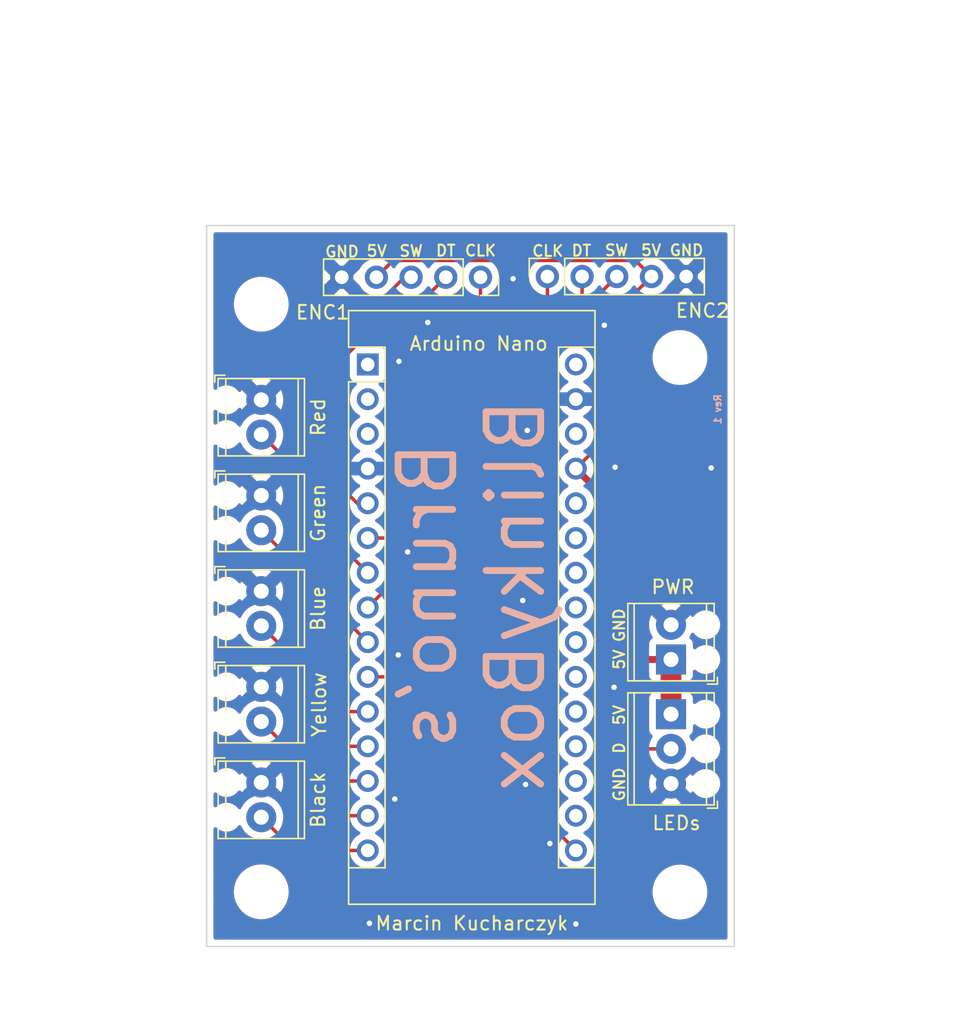
<source format=kicad_pcb>
(kicad_pcb (version 20211014) (generator pcbnew)
  (layers (0 "F.Cu" signal) (31 "B.Cu" signal) (34 "B.Paste" user) (35 "F.Paste" user) (36 "B.SilkS" user "B.Silkscreen") (37 "F.SilkS" user "F.Silkscreen") (38 "B.Mask" user) (39 "F.Mask" user) (44 "Edge.Cuts" user))
  (net 0 "")
  (net 4 "GND")
  (net 5 "Net-(A1-Pad5)")
  (net 6 "Net-(A1-Pad6)")
  (net 7 "Net-(A1-Pad7)")
  (net 8 "Net-(A1-Pad8)")
  (net 17 "+5V")
  (net 20 "Net-(A1-Pad10)")
  (net 21 "Net-(A1-Pad11)")
  (net 22 "Net-(A1-Pad12)")
  (net 23 "Net-(A1-Pad13)")
  (net 24 "Net-(A1-Pad14)")
  (net 25 "Net-(A1-Pad15)")
  (net 28 "Net-(J4-Pad3)")
  (net 29 "Net-(J3-Pad3)")
  (footprint "TerminalBlock_Phoenix:TerminalBlock_Phoenix_MPT-0,5-2-2.54_1x02_P2.54mm_Horizontal" (layer "F.Cu") (at 122 129 -90)
    (fp_text reference "Yellow" (at 1.302 -4.238 -90) (layer "F.SilkS"))
    (fp_text value "Yellow")
    (fp_line (start -1.8 3.4) (end -1.3 3.4) (layer "F.SilkS") (width 0.12))
    (fp_line (start 3.33 3.16) (end 4.1 3.16) (layer "F.SilkS") (width 0.12))
    (fp_line (start 3.33 2.6) (end 4.1 2.6) (layer "F.SilkS") (width 0.12))
    (fp_line (start -1.56 -3.16) (end -1.56 3.16) (layer "F.SilkS") (width 0.12))
    (fp_line (start -1.56 3.16) (end -0.79 3.16) (layer "F.SilkS") (width 0.12))
    (fp_line (start 4.1 -3.16) (end 4.1 3.16) (layer "F.SilkS") (width 0.12))
    (fp_line (start -1.56 -2.7) (end 4.1 -2.7) (layer "F.SilkS") (width 0.12))
    (fp_line (start -1.56 2.6) (end -0.79 2.6) (layer "F.SilkS") (width 0.12))
    (fp_line (start 0.79 3.16) (end 1.75 3.16) (layer "F.SilkS") (width 0.12))
    (fp_line (start -1.56 -3.16) (end 4.1 -3.16) (layer "F.SilkS") (width 0.12))
    (fp_line (start -1.8 2.66) (end -1.8 3.4) (layer "F.SilkS") (width 0.12))
    (fp_line (start 0.79 2.6) (end 1.75 2.6) (layer "F.SilkS") (width 0.12))
    (pad "" np_thru_hole circle (at 2.54 2.54 270) (size 1.1 1.1) (drill 1.1) (layers *.Cu *.Mask))
    (pad "" np_thru_hole circle (at 0 2.54 270) (size 1.1 1.1) (drill 1.1) (layers *.Cu *.Mask))
    (pad "1" thru_hole circle (at 0 0 270) (size 2.2 2.2) (drill 1.1) (layers *.Cu *.Mask) (net 4 "GND"))
    (pad "2" thru_hole circle (at 2.54 0 270) (size 2.2 2.2) (drill 1.1) (layers *.Cu *.Mask) (net 24 "Net-(A1-Pad14)"))
  )
  (footprint "TerminalBlock_Phoenix:TerminalBlock_Phoenix_MPT-0,5-2-2.54_1x02_P2.54mm_Horizontal" (layer "F.Cu") (at 122 122 -90)
    (fp_text reference "Blue" (at 1.27001 -4.159997 -90) (layer "F.SilkS"))
    (fp_text value "Blue")
    (fp_line (start -1.56 2.6) (end -0.79 2.6) (layer "F.SilkS") (width 0.12))
    (fp_line (start -1.8 3.4) (end -1.3 3.4) (layer "F.SilkS") (width 0.12))
    (fp_line (start 0.79 3.16) (end 1.75 3.16) (layer "F.SilkS") (width 0.12))
    (fp_line (start 3.33 3.16) (end 4.1 3.16) (layer "F.SilkS") (width 0.12))
    (fp_line (start -1.56 3.16) (end -0.79 3.16) (layer "F.SilkS") (width 0.12))
    (fp_line (start 0.79 2.6) (end 1.75 2.6) (layer "F.SilkS") (width 0.12))
    (fp_line (start -1.56 -2.7) (end 4.1 -2.7) (layer "F.SilkS") (width 0.12))
    (fp_line (start -1.56 -3.16) (end 4.1 -3.16) (layer "F.SilkS") (width 0.12))
    (fp_line (start 3.33 2.6) (end 4.1 2.6) (layer "F.SilkS") (width 0.12))
    (fp_line (start -1.8 2.66) (end -1.8 3.4) (layer "F.SilkS") (width 0.12))
    (fp_line (start -1.56 -3.16) (end -1.56 3.16) (layer "F.SilkS") (width 0.12))
    (fp_line (start 4.1 -3.16) (end 4.1 3.16) (layer "F.SilkS") (width 0.12))
    (pad "" np_thru_hole circle (at 0 2.54 270) (size 1.1 1.1) (drill 1.1) (layers *.Cu *.Mask))
    (pad "" np_thru_hole circle (at 2.54 2.54 270) (size 1.1 1.1) (drill 1.1) (layers *.Cu *.Mask))
    (pad "1" thru_hole circle (at 0 0 270) (size 2.2 2.2) (drill 1.1) (layers *.Cu *.Mask) (net 4 "GND"))
    (pad "2" thru_hole circle (at 2.54 0 270) (size 2.2 2.2) (drill 1.1) (layers *.Cu *.Mask) (net 23 "Net-(A1-Pad13)"))
  )
  (footprint "Connector_PinSocket_2.54mm:PinSocket_1x05_P2.54mm_Vertical" (layer "F.Cu") (at 142.95 98.975 90)
    (fp_text reference "ENC2" (at -2.498 11.355 180) (layer "F.SilkS"))
    (fp_text value "Rotary Enc 2")
    (fp_line (start -1.33 11.49) (end 1.33 11.49) (layer "F.SilkS") (width 0.12))
    (fp_line (start 1.33 -1.33) (end 1.33 0) (layer "F.SilkS") (width 0.12))
    (fp_line (start -1.33 1.27) (end 1.33 1.27) (layer "F.SilkS") (width 0.12))
    (fp_line (start 1.33 1.27) (end 1.33 11.49) (layer "F.SilkS") (width 0.12))
    (fp_line (start 0 -1.33) (end 1.33 -1.33) (layer "F.SilkS") (width 0.12))
    (fp_line (start -1.33 1.27) (end -1.33 11.49) (layer "F.SilkS") (width 0.12))
    (pad "1" thru_hole circle (at 0 0 90) (size 1.7 1.7) (drill 1) (layers *.Cu *.Mask) (net 6 "Net-(A1-Pad6)"))
    (pad "2" thru_hole circle (at 0 2.54 90) (size 1.7 1.7) (drill 1) (layers *.Cu *.Mask) (net 8 "Net-(A1-Pad8)"))
    (pad "3" thru_hole circle (at 0 5.08 90) (size 1.7 1.7) (drill 1) (layers *.Cu *.Mask) (net 28 "Net-(J4-Pad3)"))
    (pad "4" thru_hole circle (at 0 7.62 90) (size 1.7 1.7) (drill 1) (layers *.Cu *.Mask) (net 17 "+5V"))
    (pad "5" thru_hole circle (at 0 10.16 90) (size 1.7 1.7) (drill 1) (layers *.Cu *.Mask) (net 4 "GND"))
  )
  (footprint "TerminalBlock_Phoenix:TerminalBlock_Phoenix_MPT-0,5-2-2.54_1x02_P2.54mm_Horizontal" (layer "F.Cu") (at 122 108 -90)
    (fp_text reference "Red" (at 1.270013 -4.1618 -90) (layer "F.SilkS"))
    (fp_text value "Red")
    (fp_line (start -1.8 3.4) (end -1.3 3.4) (layer "F.SilkS") (width 0.12))
    (fp_line (start -1.56 -3.16) (end -1.56 3.16) (layer "F.SilkS") (width 0.12))
    (fp_line (start -1.56 2.6) (end -0.79 2.6) (layer "F.SilkS") (width 0.12))
    (fp_line (start -1.8 2.66) (end -1.8 3.4) (layer "F.SilkS") (width 0.12))
    (fp_line (start -1.56 3.16) (end -0.79 3.16) (layer "F.SilkS") (width 0.12))
    (fp_line (start 0.79 2.6) (end 1.75 2.6) (layer "F.SilkS") (width 0.12))
    (fp_line (start 3.33 2.6) (end 4.1 2.6) (layer "F.SilkS") (width 0.12))
    (fp_line (start 3.33 3.16) (end 4.1 3.16) (layer "F.SilkS") (width 0.12))
    (fp_line (start -1.56 -3.16) (end 4.1 -3.16) (layer "F.SilkS") (width 0.12))
    (fp_line (start -1.56 -2.7) (end 4.1 -2.7) (layer "F.SilkS") (width 0.12))
    (fp_line (start 4.1 -3.16) (end 4.1 3.16) (layer "F.SilkS") (width 0.12))
    (fp_line (start 0.79 3.16) (end 1.75 3.16) (layer "F.SilkS") (width 0.12))
    (pad "" np_thru_hole circle (at 2.54 2.54 270) (size 1.1 1.1) (drill 1.1) (layers *.Cu *.Mask))
    (pad "" np_thru_hole circle (at 0 2.54 270) (size 1.1 1.1) (drill 1.1) (layers *.Cu *.Mask))
    (pad "1" thru_hole circle (at 0 0 270) (size 2.2 2.2) (drill 1.1) (layers *.Cu *.Mask) (net 4 "GND"))
    (pad "2" thru_hole circle (at 2.54 0 270) (size 2.2 2.2) (drill 1.1) (layers *.Cu *.Mask) (net 21 "Net-(A1-Pad11)"))
  )
  (footprint "MountingHole:MountingHole_3mm" (layer "F.Cu") (at 122 144)
    (fp_text reference "REF**" hide)
    (fp_text value "MountingHole_3mm")
    (pad "" np_thru_hole circle (at 0 0) (size 3 3) (drill 3) (layers *.Cu *.Mask))
  )
  (footprint "TerminalBlock_Phoenix:TerminalBlock_Phoenix_MPT-0,5-2-2.54_1x02_P2.54mm_Horizontal" (layer "F.Cu") (at 122 115 -90)
    (fp_text reference "Green" (at 1.269999 -4.159997 -90) (layer "F.SilkS"))
    (fp_text value "Green")
    (fp_line (start 0.79 2.6) (end 1.75 2.6) (layer "F.SilkS") (width 0.12))
    (fp_line (start -1.56 -3.16) (end 4.1 -3.16) (layer "F.SilkS") (width 0.12))
    (fp_line (start -1.56 3.16) (end -0.79 3.16) (layer "F.SilkS") (width 0.12))
    (fp_line (start 0.79 3.16) (end 1.75 3.16) (layer "F.SilkS") (width 0.12))
    (fp_line (start 3.33 3.16) (end 4.1 3.16) (layer "F.SilkS") (width 0.12))
    (fp_line (start 3.33 2.6) (end 4.1 2.6) (layer "F.SilkS") (width 0.12))
    (fp_line (start -1.8 3.4) (end -1.3 3.4) (layer "F.SilkS") (width 0.12))
    (fp_line (start -1.56 -3.16) (end -1.56 3.16) (layer "F.SilkS") (width 0.12))
    (fp_line (start -1.56 -2.7) (end 4.1 -2.7) (layer "F.SilkS") (width 0.12))
    (fp_line (start -1.56 2.6) (end -0.79 2.6) (layer "F.SilkS") (width 0.12))
    (fp_line (start 4.1 -3.16) (end 4.1 3.16) (layer "F.SilkS") (width 0.12))
    (fp_line (start -1.8 2.66) (end -1.8 3.4) (layer "F.SilkS") (width 0.12))
    (pad "" np_thru_hole circle (at 0 2.54 270) (size 1.1 1.1) (drill 1.1) (layers *.Cu *.Mask))
    (pad "" np_thru_hole circle (at 2.54 2.54 270) (size 1.1 1.1) (drill 1.1) (layers *.Cu *.Mask))
    (pad "1" thru_hole circle (at 0 0 270) (size 2.2 2.2) (drill 1.1) (layers *.Cu *.Mask) (net 4 "GND"))
    (pad "2" thru_hole circle (at 2.54 0 270) (size 2.2 2.2) (drill 1.1) (layers *.Cu *.Mask) (net 22 "Net-(A1-Pad12)"))
  )
  (footprint "Module:Arduino_Nano" (layer "F.Cu") (at 129.794 105.41)
    (fp_text reference "Arduino Nano" (at 8.128 -1.524) (layer "F.SilkS"))
    (fp_text value "Arduino_Nano_v3.x")
    (fp_line (start 1.27 -1.27) (end -1.4 -1.27) (layer "F.SilkS") (width 0.12))
    (fp_line (start -1.4 -3.94) (end -1.4 -1.27) (layer "F.SilkS") (width 0.12))
    (fp_line (start -1.4 1.27) (end -1.4 39.5) (layer "F.SilkS") (width 0.12))
    (fp_line (start 16.64 39.5) (end 16.64 -3.94) (layer "F.SilkS") (width 0.12))
    (fp_line (start 13.97 -1.27) (end 16.64 -1.27) (layer "F.SilkS") (width 0.12))
    (fp_line (start 1.27 1.27) (end 1.27 -1.27) (layer "F.SilkS") (width 0.12))
    (fp_line (start 1.27 36.83) (end -1.4 36.83) (layer "F.SilkS") (width 0.12))
    (fp_line (start 1.27 1.27) (end 1.27 36.83) (layer "F.SilkS") (width 0.12))
    (fp_line (start 1.27 1.27) (end -1.4 1.27) (layer "F.SilkS") (width 0.12))
    (fp_line (start 13.97 -1.27) (end 13.97 36.83) (layer "F.SilkS") (width 0.12))
    (fp_line (start 16.64 -3.94) (end -1.4 -3.94) (layer "F.SilkS") (width 0.12))
    (fp_line (start -1.4 39.5) (end 16.64 39.5) (layer "F.SilkS") (width 0.12))
    (fp_line (start 13.97 36.83) (end 16.64 36.83) (layer "F.SilkS") (width 0.12))
    (pad "1" thru_hole rect (at 0 0) (size 1.6 1.6) (drill 1) (layers *.Cu *.Mask))
    (pad "2" thru_hole oval (at 0 2.54) (size 1.6 1.6) (drill 1) (layers *.Cu *.Mask))
    (pad "3" thru_hole oval (at 0 5.08) (size 1.6 1.6) (drill 1) (layers *.Cu *.Mask))
    (pad "4" thru_hole oval (at 0 7.62) (size 1.6 1.6) (drill 1) (layers *.Cu *.Mask) (net 4 "GND"))
    (pad "5" thru_hole oval (at 0 10.16) (size 1.6 1.6) (drill 1) (layers *.Cu *.Mask) (net 5 "Net-(A1-Pad5)"))
    (pad "6" thru_hole oval (at 0 12.7) (size 1.6 1.6) (drill 1) (layers *.Cu *.Mask) (net 6 "Net-(A1-Pad6)"))
    (pad "7" thru_hole oval (at 0 15.24) (size 1.6 1.6) (drill 1) (layers *.Cu *.Mask) (net 7 "Net-(A1-Pad7)"))
    (pad "8" thru_hole oval (at 0 17.78) (size 1.6 1.6) (drill 1) (layers *.Cu *.Mask) (net 8 "Net-(A1-Pad8)"))
    (pad "9" thru_hole oval (at 0 20.32) (size 1.6 1.6) (drill 1) (layers *.Cu *.Mask) (net 29 "Net-(J3-Pad3)"))
    (pad "10" thru_hole oval (at 0 22.86) (size 1.6 1.6) (drill 1) (layers *.Cu *.Mask) (net 20 "Net-(A1-Pad10)"))
    (pad "11" thru_hole oval (at 0 25.4) (size 1.6 1.6) (drill 1) (layers *.Cu *.Mask) (net 21 "Net-(A1-Pad11)"))
    (pad "12" thru_hole oval (at 0 27.94) (size 1.6 1.6) (drill 1) (layers *.Cu *.Mask) (net 22 "Net-(A1-Pad12)"))
    (pad "13" thru_hole oval (at 0 30.48) (size 1.6 1.6) (drill 1) (layers *.Cu *.Mask) (net 23 "Net-(A1-Pad13)"))
    (pad "14" thru_hole oval (at 0 33.02) (size 1.6 1.6) (drill 1) (layers *.Cu *.Mask) (net 24 "Net-(A1-Pad14)"))
    (pad "15" thru_hole oval (at 0 35.56) (size 1.6 1.6) (drill 1) (layers *.Cu *.Mask) (net 25 "Net-(A1-Pad15)"))
    (pad "16" thru_hole oval (at 15.24 35.56) (size 1.6 1.6) (drill 1) (layers *.Cu *.Mask) (net 28 "Net-(J4-Pad3)"))
    (pad "17" thru_hole oval (at 15.24 33.02) (size 1.6 1.6) (drill 1) (layers *.Cu *.Mask))
    (pad "18" thru_hole oval (at 15.24 30.48) (size 1.6 1.6) (drill 1) (layers *.Cu *.Mask))
    (pad "19" thru_hole oval (at 15.24 27.94) (size 1.6 1.6) (drill 1) (layers *.Cu *.Mask))
    (pad "20" thru_hole oval (at 15.24 25.4) (size 1.6 1.6) (drill 1) (layers *.Cu *.Mask))
    (pad "21" thru_hole oval (at 15.24 22.86) (size 1.6 1.6) (drill 1) (layers *.Cu *.Mask))
    (pad "22" thru_hole oval (at 15.24 20.32) (size 1.6 1.6) (drill 1) (layers *.Cu *.Mask))
    (pad "23" thru_hole oval (at 15.24 17.78) (size 1.6 1.6) (drill 1) (layers *.Cu *.Mask))
    (pad "24" thru_hole oval (at 15.24 15.24) (size 1.6 1.6) (drill 1) (layers *.Cu *.Mask))
    (pad "25" thru_hole oval (at 15.24 12.7) (size 1.6 1.6) (drill 1) (layers *.Cu *.Mask))
    (pad "26" thru_hole oval (at 15.24 10.16) (size 1.6 1.6) (drill 1) (layers *.Cu *.Mask))
    (pad "27" thru_hole oval (at 15.24 7.62) (size 1.6 1.6) (drill 1) (layers *.Cu *.Mask) (net 17 "+5V"))
    (pad "28" thru_hole oval (at 15.24 5.08) (size 1.6 1.6) (drill 1) (layers *.Cu *.Mask))
    (pad "29" thru_hole oval (at 15.24 2.54) (size 1.6 1.6) (drill 1) (layers *.Cu *.Mask) (net 4 "GND"))
    (pad "30" thru_hole oval (at 15.24 0) (size 1.6 1.6) (drill 1) (layers *.Cu *.Mask))
  )
  (footprint "TerminalBlock_Phoenix:TerminalBlock_Phoenix_MPT-0,5-2-2.54_1x02_P2.54mm_Horizontal" (layer "F.Cu") (at 152 127 90)
    (fp_text reference "PWR" (at 5.304 0.146 180) (layer "F.SilkS"))
    (fp_text value "Screw_Terminal_01x02")
    (fp_line (start -1.8 2.66) (end -1.8 3.4) (layer "F.SilkS") (width 0.12))
    (fp_line (start 0.79 2.6) (end 1.75 2.6) (layer "F.SilkS") (width 0.12))
    (fp_line (start -1.56 -3.16) (end -1.56 3.16) (layer "F.SilkS") (width 0.12))
    (fp_line (start 3.33 3.16) (end 4.1 3.16) (layer "F.SilkS") (width 0.12))
    (fp_line (start -1.8 3.4) (end -1.3 3.4) (layer "F.SilkS") (width 0.12))
    (fp_line (start -1.56 2.6) (end -0.79 2.6) (layer "F.SilkS") (width 0.12))
    (fp_line (start 4.1 -3.16) (end 4.1 3.16) (layer "F.SilkS") (width 0.12))
    (fp_line (start -1.56 -3.16) (end 4.1 -3.16) (layer "F.SilkS") (width 0.12))
    (fp_line (start -1.56 -2.7) (end 4.1 -2.7) (layer "F.SilkS") (width 0.12))
    (fp_line (start 3.33 2.6) (end 4.1 2.6) (layer "F.SilkS") (width 0.12))
    (fp_line (start 0.79 3.16) (end 1.75 3.16) (layer "F.SilkS") (width 0.12))
    (fp_line (start -1.56 3.16) (end -0.79 3.16) (layer "F.SilkS") (width 0.12))
    (pad "" np_thru_hole circle (at 2.54 2.54 90) (size 1.1 1.1) (drill 1.1) (layers *.Cu *.Mask))
    (pad "" np_thru_hole circle (at 0 2.54 90) (size 1.1 1.1) (drill 1.1) (layers *.Cu *.Mask))
    (pad "1" thru_hole rect (at 0 0 90) (size 2.2 2.2) (drill 1.1) (layers *.Cu *.Mask) (net 17 "+5V"))
    (pad "2" thru_hole circle (at 2.54 0 90) (size 2.2 2.2) (drill 1.1) (layers *.Cu *.Mask) (net 4 "GND"))
  )
  (footprint "TerminalBlock_Phoenix:TerminalBlock_Phoenix_MPT-0,5-3-2.54_1x03_P2.54mm_Horizontal" (layer "F.Cu") (at 152 136.08 90)
    (fp_text reference "LEDs" (at -2.888 0.4 180) (layer "F.SilkS"))
    (fp_text value "LED")
    (fp_line (start 5.87 2.6) (end 6.64 2.6) (layer "F.SilkS") (width 0.12))
    (fp_line (start 0.79 2.6) (end 1.75 2.6) (layer "F.SilkS") (width 0.12))
    (fp_line (start -1.56 2.6) (end -0.79 2.6) (layer "F.SilkS") (width 0.12))
    (fp_line (start -1.56 3.16) (end -0.79 3.16) (layer "F.SilkS") (width 0.12))
    (fp_line (start -1.56 -3.16) (end 6.64 -3.16) (layer "F.SilkS") (width 0.12))
    (fp_line (start -1.56 -2.7) (end 6.64 -2.7) (layer "F.SilkS") (width 0.12))
    (fp_line (start 5.87 3.16) (end 6.64 3.16) (layer "F.SilkS") (width 0.12))
    (fp_line (start -1.8 3.4) (end -1.3 3.4) (layer "F.SilkS") (width 0.12))
    (fp_line (start 6.64 -3.16) (end 6.64 3.16) (layer "F.SilkS") (width 0.12))
    (fp_line (start -1.8 2.66) (end -1.8 3.4) (layer "F.SilkS") (width 0.12))
    (fp_line (start 3.33 2.6) (end 4.29 2.6) (layer "F.SilkS") (width 0.12))
    (fp_line (start -1.56 -3.16) (end -1.56 3.16) (layer "F.SilkS") (width 0.12))
    (fp_line (start 0.79 3.16) (end 1.75 3.16) (layer "F.SilkS") (width 0.12))
    (fp_line (start 3.33 3.16) (end 4.29 3.16) (layer "F.SilkS") (width 0.12))
    (pad "" np_thru_hole circle (at 2.54 2.54 90) (size 1.1 1.1) (drill 1.1) (layers *.Cu *.Mask))
    (pad "" np_thru_hole circle (at 5.08 2.54 90) (size 1.1 1.1) (drill 1.1) (layers *.Cu *.Mask))
    (pad "" np_thru_hole circle (at 0 2.54 90) (size 1.1 1.1) (drill 1.1) (layers *.Cu *.Mask))
    (pad "1" thru_hole circle (at 0 0 90) (size 2.2 2.2) (drill 1.1) (layers *.Cu *.Mask) (net 4 "GND"))
    (pad "2" thru_hole circle (at 2.54 0 90) (size 2.2 2.2) (drill 1.1) (layers *.Cu *.Mask) (net 20 "Net-(A1-Pad10)"))
    (pad "3" thru_hole rect (at 5.08 0 90) (size 2.2 2.2) (drill 1.1) (layers *.Cu *.Mask) (net 17 "+5V"))
  )
  (footprint "Connector_PinSocket_2.54mm:PinSocket_1x05_P2.54mm_Vertical" (layer "F.Cu") (at 138.05 99.025 -90)
    (fp_text reference "ENC1" (at 2.575 11.558 180) (layer "F.SilkS"))
    (fp_text value "Rotary Enc 1")
    (fp_line (start -1.33 1.27) (end 1.33 1.27) (layer "F.SilkS") (width 0.12))
    (fp_line (start -1.33 1.27) (end -1.33 11.49) (layer "F.SilkS") (width 0.12))
    (fp_line (start 1.33 -1.33) (end 1.33 0) (layer "F.SilkS") (width 0.12))
    (fp_line (start 0 -1.33) (end 1.33 -1.33) (layer "F.SilkS") (width 0.12))
    (fp_line (start -1.33 11.49) (end 1.33 11.49) (layer "F.SilkS") (width 0.12))
    (fp_line (start 1.33 1.27) (end 1.33 11.49) (layer "F.SilkS") (width 0.12))
    (pad "1" thru_hole circle (at 0 0 270) (size 1.7 1.7) (drill 1) (layers *.Cu *.Mask) (net 5 "Net-(A1-Pad5)"))
    (pad "2" thru_hole circle (at 0 2.54 270) (size 1.7 1.7) (drill 1) (layers *.Cu *.Mask) (net 7 "Net-(A1-Pad7)"))
    (pad "3" thru_hole circle (at 0 5.08 270) (size 1.7 1.7) (drill 1) (layers *.Cu *.Mask) (net 29 "Net-(J3-Pad3)"))
    (pad "4" thru_hole circle (at 0 7.62 270) (size 1.7 1.7) (drill 1) (layers *.Cu *.Mask) (net 17 "+5V"))
    (pad "5" thru_hole circle (at 0 10.16 270) (size 1.7 1.7) (drill 1) (layers *.Cu *.Mask) (net 4 "GND"))
  )
  (footprint "MountingHole:MountingHole_3mm" (layer "F.Cu") (at 152.654 104.902)
    (fp_text reference "REF**" hide)
    (fp_text value "MountingHole_3mm")
    (pad "" np_thru_hole circle (at 0 0) (size 3 3) (drill 3) (layers *.Cu *.Mask))
  )
  (footprint "TerminalBlock_Phoenix:TerminalBlock_Phoenix_MPT-0,5-2-2.54_1x02_P2.54mm_Horizontal" (layer "F.Cu") (at 122 136 -90)
    (fp_text reference "Black" (at 1.270007 -4.159997 90) (layer "F.SilkS"))
    (fp_text value "Black")
    (fp_line (start -1.56 2.6) (end -0.79 2.6) (layer "F.SilkS") (width 0.12))
    (fp_line (start -1.56 -2.7) (end 4.1 -2.7) (layer "F.SilkS") (width 0.12))
    (fp_line (start 3.33 3.16) (end 4.1 3.16) (layer "F.SilkS") (width 0.12))
    (fp_line (start -1.8 3.4) (end -1.3 3.4) (layer "F.SilkS") (width 0.12))
    (fp_line (start 0.79 3.16) (end 1.75 3.16) (layer "F.SilkS") (width 0.12))
    (fp_line (start 4.1 -3.16) (end 4.1 3.16) (layer "F.SilkS") (width 0.12))
    (fp_line (start -1.56 3.16) (end -0.79 3.16) (layer "F.SilkS") (width 0.12))
    (fp_line (start -1.8 2.66) (end -1.8 3.4) (layer "F.SilkS") (width 0.12))
    (fp_line (start 0.79 2.6) (end 1.75 2.6) (layer "F.SilkS") (width 0.12))
    (fp_line (start 3.33 2.6) (end 4.1 2.6) (layer "F.SilkS") (width 0.12))
    (fp_line (start -1.56 -3.16) (end 4.1 -3.16) (layer "F.SilkS") (width 0.12))
    (fp_line (start -1.56 -3.16) (end -1.56 3.16) (layer "F.SilkS") (width 0.12))
    (pad "" np_thru_hole circle (at 0 2.54 270) (size 1.1 1.1) (drill 1.1) (layers *.Cu *.Mask))
    (pad "" np_thru_hole circle (at 2.54 2.54 270) (size 1.1 1.1) (drill 1.1) (layers *.Cu *.Mask))
    (pad "1" thru_hole circle (at 0 0 270) (size 2.2 2.2) (drill 1.1) (layers *.Cu *.Mask) (net 4 "GND"))
    (pad "2" thru_hole circle (at 2.54 0 270) (size 2.2 2.2) (drill 1.1) (layers *.Cu *.Mask) (net 25 "Net-(A1-Pad15)"))
  )
  (footprint "MountingHole:MountingHole_3mm" (layer "F.Cu") (at 152.654 144.018)
    (fp_text reference "REF**" hide)
    (fp_text value "MountingHole_3mm")
    (pad "" np_thru_hole circle (at 0 0) (size 3 3) (drill 3) (layers *.Cu *.Mask))
  )
  (footprint "MountingHole:MountingHole_3mm" (layer "F.Cu") (at 122 101)
    (fp_text reference "REF**" hide)
    (fp_text value "MountingHole_3mm")
    (pad "" np_thru_hole circle (at 0 0) (size 3 3) (drill 3) (layers *.Cu *.Mask))
  )
  (gr_poly (pts (xy 156.635 148) (xy 118 148) (xy 118 95.238) (xy 156.635 95.238)) (layer "Edge.Cuts") (width 0.1) (fill none))
  (gr_text "Bruno's\nBlinkyBox\n" (at 137.414 122.301 90) (layer "B.SilkS") (effects (font (size 4 4) (thickness 0.5)) (justify mirror)))
  (gr_text "Rev 1" (at 155.4226 108.6866 90) (layer "B.SilkS") (effects (font (size 0.5 0.5) (thickness 0.125)) (justify mirror)))
  (gr_text "5V" (at 148.209 131.064 90) (layer "F.SilkS") (effects (font (size 0.8 0.8))))
  (gr_text "D" (at 148.209 133.477 90) (layer "F.SilkS") (effects (font (size 0.8 0.8))))
  (gr_text "Marcin Kucharczyk" (at 137.414 146.304) (layer "F.SilkS") (effects (font (size 1 1))))
  (gr_text "CLK" (at 138.049 97.0788) (layer "F.SilkS") (effects (font (size 0.8 0.8))))
  (gr_text "CLK" (at 142.9766 97.1042) (layer "F.SilkS") (effects (font (size 0.8 0.8))))
  (gr_text "GND" (at 148.209 124.49 90) (layer "F.SilkS") (effects (font (size 0.8 0.8))))
  (gr_text "SW" (at 132.969 97.1042) (layer "F.SilkS") (effects (font (size 0.8 0.8))))
  (gr_text "DT" (at 135.509 97.0788) (layer "F.SilkS") (effects (font (size 0.8 0.8))))
  (gr_text "5V" (at 148.209 127 90) (layer "F.SilkS") (effects (font (size 0.8 0.8))))
  (gr_text "GND" (at 153.1366 97.0534) (layer "F.SilkS") (effects (font (size 0.8 0.8))))
  (gr_text "5V" (at 130.4544 97.1042) (layer "F.SilkS") (effects (font (size 0.8 0.8))))
  (gr_text "5V" (at 150.5458 97.0534) (layer "F.SilkS") (effects (font (size 0.8 0.8))))
  (gr_text "DT" (at 145.4404 97.0788) (layer "F.SilkS") (effects (font (size 0.8 0.8))))
  (gr_text "GND" (at 148.209 136.144 90) (layer "F.SilkS") (effects (font (size 0.8 0.8))))
  (gr_text "SW" (at 148.0058 97.0534) (layer "F.SilkS") (effects (font (size 0.8 0.8))))
  (gr_text "GND" (at 127.9144 97.155) (layer "F.SilkS") (effects (font (size 0.8 0.8))))
  (via (at 140.4366 99.1362) (size 0.8) (drill 0.4) (layers "F.Cu" "B.Cu") (net 4))
  (via (at 154.94 112.9792) (size 0.8) (drill 0.4) (layers "F.Cu" "B.Cu") (net 4))
  (via (at 132.715 119.126) (size 0.8) (drill 0.4) (layers "F.Cu" "B.Cu") (net 4))
  (via (at 143.129 140.462) (size 0.8) (drill 0.4) (layers "F.Cu" "B.Cu") (net 4))
  (via (at 134.1882 102.3366) (size 0.8) (drill 0.4) (layers "F.Cu" "B.Cu") (net 4))
  (via (at 147.9042 112.9284) (size 0.8) (drill 0.4) (layers "F.Cu" "B.Cu") (net 4))
  (via (at 141.478 110.236) (size 0.8) (drill 0.4) (layers "F.Cu" "B.Cu") (net 4))
  (via (at 147.1168 102.5398) (size 0.8) (drill 0.4) (layers "F.Cu" "B.Cu") (net 4))
  (via (at 141.1478 122.682) (size 0.8) (drill 0.4) (layers "F.Cu" "B.Cu") (net 4))
  (via (at 141.351 136.144) (size 0.8) (drill 0.4) (layers "F.Cu" "B.Cu") (net 4))
  (via (at 147.828 129.032) (size 0.8) (drill 0.4) (layers "F.Cu" "B.Cu") (net 4))
  (via (at 131.7752 137.2108) (size 0.8) (drill 0.4) (layers "F.Cu" "B.Cu") (net 4))
  (via (at 129.921 146.304) (size 0.8) (drill 0.4) (layers "F.Cu" "B.Cu") (net 4))
  (via (at 132.08 105.1814) (size 0.8) (drill 0.4) (layers "F.Cu" "B.Cu") (net 4))
  (via (at 145.034 146.3548) (size 0.8) (drill 0.4) (layers "F.Cu" "B.Cu") (net 4))
  (via (at 132.0292 126.6698) (size 0.8) (drill 0.4) (layers "F.Cu" "B.Cu") (net 4))
  (segment (start 138.05 100.456) (end 138.05 99.025) (width 0.254) (layer "F.Cu") (net 5))
  (segment (start 128.27 104.680978) (end 129.318978 103.632) (width 0.254) (layer "F.Cu") (net 5))
  (segment (start 134.874 103.632) (end 138.05 100.456) (width 0.254) (layer "F.Cu") (net 5))
  (segment (start 129.032 115.57) (end 128.27 114.808) (width 0.254) (layer "F.Cu") (net 5))
  (segment (start 129.794 115.57) (end 129.032 115.57) (width 0.254) (layer "F.Cu") (net 5))
  (segment (start 128.27 114.808) (end 128.27 104.680978) (width 0.254) (layer "F.Cu") (net 5))
  (segment (start 129.318978 103.632) (end 134.874 103.632) (width 0.254) (layer "F.Cu") (net 5))
  (segment (start 142.95 98.975) (end 142.95 102.772252) (width 0.254) (layer "F.Cu") (net 6))
  (segment (start 131.318 118.11) (end 129.794 118.11) (width 0.254) (layer "F.Cu") (net 6))
  (segment (start 141.58696 107.84104) (end 131.318 118.11) (width 0.254) (layer "F.Cu") (net 6))
  (segment (start 141.58696 104.135292) (end 141.58696 107.84104) (width 0.254) (layer "F.Cu") (net 6))
  (segment (start 142.95 102.772252) (end 141.58696 104.135292) (width 0.254) (layer "F.Cu") (net 6))
  (segment (start 127.762 104.394) (end 127.762 118.618) (width 0.254) (layer "F.Cu") (net 7))
  (segment (start 127.762 118.618) (end 129.794 120.65) (width 0.254) (layer "F.Cu") (net 7))
  (segment (start 135.51 99.025) (end 131.35652 103.17848) (width 0.254) (layer "F.Cu") (net 7))
  (segment (start 128.97752 103.17848) (end 127.762 104.394) (width 0.254) (layer "F.Cu") (net 7))
  (segment (start 131.35652 103.17848) (end 128.97752 103.17848) (width 0.254) (layer "F.Cu") (net 7))
  (segment (start 142.04048 104.323146) (end 142.04048 108.14952) (width 0.254) (layer "F.Cu") (net 8))
  (segment (start 145.49 98.975) (end 145.49 100.873626) (width 0.254) (layer "F.Cu") (net 8))
  (segment (start 131.572 121.412) (end 129.794 123.19) (width 0.254) (layer "F.Cu") (net 8))
  (segment (start 142.04048 108.14952) (end 131.572 118.618) (width 0.254) (layer "F.Cu") (net 8))
  (segment (start 131.572 118.618) (end 131.572 121.412) (width 0.254) (layer "F.Cu") (net 8))
  (segment (start 145.49 100.873626) (end 142.04048 104.323146) (width 0.254) (layer "F.Cu") (net 8))
  (segment (start 152.000001 130.999995) (end 152.000001 127.000003) (width 1.524) (layer "F.Cu") (net 17))
  (segment (start 130.43 99.025) (end 131.656511 97.798489) (width 0.254) (layer "F.Cu") (net 17))
  (segment (start 148.59 109.474) (end 145.034 113.03) (width 0.254) (layer "F.Cu") (net 17))
  (segment (start 147.32 124.46) (end 149.86 127) (width 0.508) (layer "F.Cu") (net 17))
  (segment (start 149.86 127) (end 152 127) (width 0.508) (layer "F.Cu") (net 17))
  (segment (start 145.034 113.03) (end 147.32 115.316) (width 0.508) (layer "F.Cu") (net 17))
  (segment (start 149.393489 97.798489) (end 150.57 98.975) (width 0.254) (layer "F.Cu") (net 17))
  (segment (start 148.59 100.955) (end 148.59 109.474) (width 0.254) (layer "F.Cu") (net 17))
  (segment (start 147.32 115.316) (end 147.32 124.46) (width 0.508) (layer "F.Cu") (net 17))
  (segment (start 150.57 98.975) (end 148.59 100.955) (width 0.254) (layer "F.Cu") (net 17))
  (segment (start 131.656511 97.798489) (end 149.393489 97.798489) (width 0.254) (layer "F.Cu") (net 17))
  (segment (start 147.066 135.412) (end 147.066 141.986) (width 0.254) (layer "F.Cu") (net 20))
  (segment (start 129.794 128.27) (end 131.572 128.27) (width 0.254) (layer "F.Cu") (net 20))
  (segment (start 144.526 143.002) (end 146.05 143.002) (width 0.254) (layer "F.Cu") (net 20))
  (segment (start 148.938 133.54) (end 147.066 135.412) (width 0.254) (layer "F.Cu") (net 20))
  (segment (start 142.04048 138.73848) (end 142.04048 140.51648) (width 0.254) (layer "F.Cu") (net 20))
  (segment (start 148.938 133.54) (end 152 133.54) (width 0.254) (layer "F.Cu") (net 20))
  (segment (start 131.572 128.27) (end 142.04048 138.73848) (width 0.254) (layer "F.Cu") (net 20))
  (segment (start 146.05 143.002) (end 147.066 141.986) (width 0.254) (layer "F.Cu") (net 20))
  (segment (start 142.04048 140.51648) (end 144.526 143.002) (width 0.254) (layer "F.Cu") (net 20))
  (segment (start 126.238 114.778) (end 122 110.54) (width 0.254) (layer "F.Cu") (net 21))
  (segment (start 129.794 130.81) (end 128.27 130.81) (width 0.254) (layer "F.Cu") (net 21))
  (segment (start 126.238 128.778) (end 126.238 114.778) (width 0.254) (layer "F.Cu") (net 21))
  (segment (start 128.27 130.81) (end 126.238 128.778) (width 0.254) (layer "F.Cu") (net 21))
  (segment (start 129.794 133.35) (end 128.27 133.35) (width 0.254) (layer "F.Cu") (net 22))
  (segment (start 125.476 130.556) (end 125.476 121.016) (width 0.254) (layer "F.Cu") (net 22))
  (segment (start 128.27 133.35) (end 125.476 130.556) (width 0.254) (layer "F.Cu") (net 22))
  (segment (start 125.476 121.016) (end 122 117.54) (width 0.254) (layer "F.Cu") (net 22))
  (segment (start 124.714 132.588) (end 124.714 127.254) (width 0.254) (layer "F.Cu") (net 23))
  (segment (start 128.016 135.89) (end 124.714 132.588) (width 0.254) (layer "F.Cu") (net 23))
  (segment (start 129.794 135.89) (end 128.016 135.89) (width 0.254) (layer "F.Cu") (net 23))
  (segment (start 124.714 127.254) (end 122 124.54) (width 0.254) (layer "F.Cu") (net 23))
  (segment (start 129.794 138.43) (end 127.762 138.43) (width 0.254) (layer "F.Cu") (net 24))
  (segment (start 127.762 138.43) (end 124 134.668) (width 0.254) (layer "F.Cu") (net 24))
  (segment (start 124 133.54) (end 122 131.54) (width 0.254) (layer "F.Cu") (net 24))
  (segment (start 124 134.668) (end 124 133.54) (width 0.254) (layer "F.Cu") (net 24))
  (segment (start 129.794 140.97) (end 124.43 140.97) (width 0.254) (layer "F.Cu") (net 25))
  (segment (start 124.43 140.97) (end 122 138.54) (width 0.254) (layer "F.Cu") (net 25))
  (segment (start 142.494 138.43) (end 145.034 140.97) (width 0.254) (layer "F.Cu") (net 28))
  (segment (start 142.494 104.511) (end 142.494 138.43) (width 0.254) (layer "F.Cu") (net 28))
  (segment (start 148.03 98.975) (end 142.494 104.511) (width 0.254) (layer "F.Cu") (net 28))
  (segment (start 127.30848 123.24448) (end 129.794 125.73) (width 0.254) (layer "F.Cu") (net 29))
  (segment (start 132.489626 99.025) (end 127.30848 104.206146) (width 0.254) (layer "F.Cu") (net 29))
  (segment (start 127.30848 104.206146) (end 127.30848 123.24448) (width 0.254) (layer "F.Cu") (net 29))
  (segment (start 132.97 99.025) (end 132.489626 99.025) (width 0.254) (layer "F.Cu") (net 29))
  (zone (net 4) (net_name "GND") (layer "F.Cu") (connect_pads (clearance 0.508)) (min_thickness 0.254) (fill yes (thermal_gap 0.508) (thermal_bridge_width 1))
    (polygon (pts (xy 160.782 149.86) (xy 114.3 149.86) (xy 116.078 93.472) (xy 115.57 93.472) (xy 161.036 93.218)))
  )
  (zone (net 4) (net_name "GND") (layer "B.Cu") (connect_pads (clearance 0.508)) (min_thickness 0.254) (fill yes (thermal_gap 0.508) (thermal_bridge_width 1))
    (polygon (pts (xy 172.72 80.01) (xy 172.72 153.67) (xy 102.87 151.13) (xy 107.95 78.74)))
  )
)
</source>
